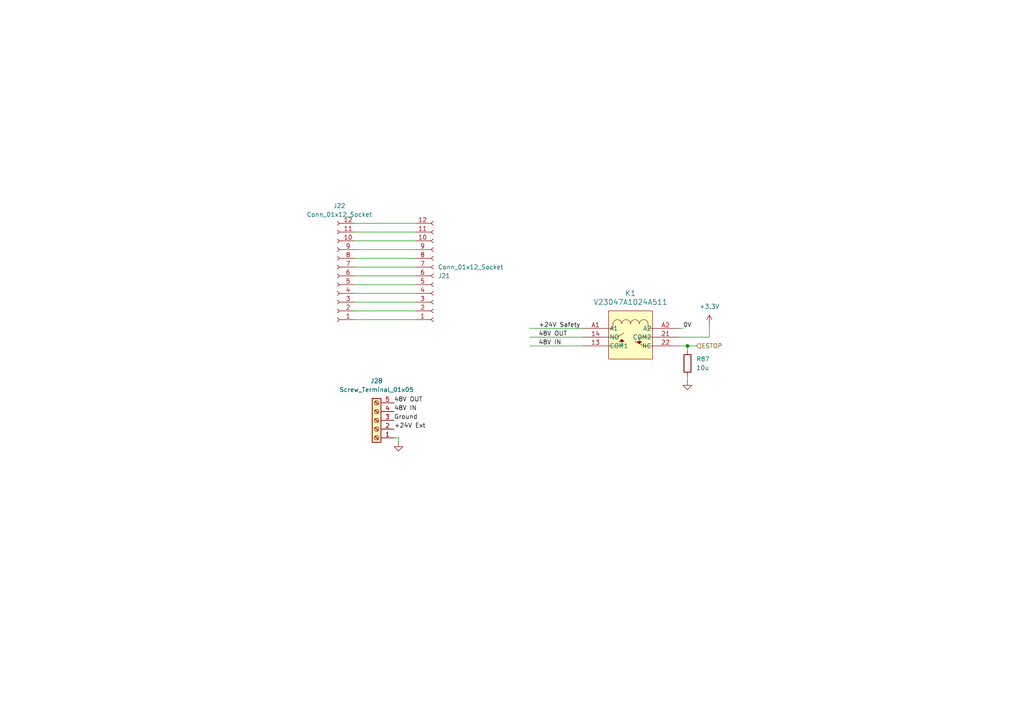
<source format=kicad_sch>
(kicad_sch
	(version 20250114)
	(generator "eeschema")
	(generator_version "9.0")
	(uuid "e1f4722b-a074-4e9f-851b-c0544bc78302")
	(paper "A4")
	(lib_symbols
		(symbol "Connector:Conn_01x12_Socket"
			(pin_names
				(offset 1.016)
				(hide yes)
			)
			(exclude_from_sim no)
			(in_bom yes)
			(on_board yes)
			(property "Reference" "J"
				(at 0 15.24 0)
				(effects
					(font
						(size 1.27 1.27)
					)
				)
			)
			(property "Value" "Conn_01x12_Socket"
				(at 0 -17.78 0)
				(effects
					(font
						(size 1.27 1.27)
					)
				)
			)
			(property "Footprint" ""
				(at 0 0 0)
				(effects
					(font
						(size 1.27 1.27)
					)
					(hide yes)
				)
			)
			(property "Datasheet" "~"
				(at 0 0 0)
				(effects
					(font
						(size 1.27 1.27)
					)
					(hide yes)
				)
			)
			(property "Description" "Generic connector, single row, 01x12, script generated"
				(at 0 0 0)
				(effects
					(font
						(size 1.27 1.27)
					)
					(hide yes)
				)
			)
			(property "ki_locked" ""
				(at 0 0 0)
				(effects
					(font
						(size 1.27 1.27)
					)
				)
			)
			(property "ki_keywords" "connector"
				(at 0 0 0)
				(effects
					(font
						(size 1.27 1.27)
					)
					(hide yes)
				)
			)
			(property "ki_fp_filters" "Connector*:*_1x??_*"
				(at 0 0 0)
				(effects
					(font
						(size 1.27 1.27)
					)
					(hide yes)
				)
			)
			(symbol "Conn_01x12_Socket_1_1"
				(polyline
					(pts
						(xy -1.27 12.7) (xy -0.508 12.7)
					)
					(stroke
						(width 0.1524)
						(type default)
					)
					(fill
						(type none)
					)
				)
				(polyline
					(pts
						(xy -1.27 10.16) (xy -0.508 10.16)
					)
					(stroke
						(width 0.1524)
						(type default)
					)
					(fill
						(type none)
					)
				)
				(polyline
					(pts
						(xy -1.27 7.62) (xy -0.508 7.62)
					)
					(stroke
						(width 0.1524)
						(type default)
					)
					(fill
						(type none)
					)
				)
				(polyline
					(pts
						(xy -1.27 5.08) (xy -0.508 5.08)
					)
					(stroke
						(width 0.1524)
						(type default)
					)
					(fill
						(type none)
					)
				)
				(polyline
					(pts
						(xy -1.27 2.54) (xy -0.508 2.54)
					)
					(stroke
						(width 0.1524)
						(type default)
					)
					(fill
						(type none)
					)
				)
				(polyline
					(pts
						(xy -1.27 0) (xy -0.508 0)
					)
					(stroke
						(width 0.1524)
						(type default)
					)
					(fill
						(type none)
					)
				)
				(polyline
					(pts
						(xy -1.27 -2.54) (xy -0.508 -2.54)
					)
					(stroke
						(width 0.1524)
						(type default)
					)
					(fill
						(type none)
					)
				)
				(polyline
					(pts
						(xy -1.27 -5.08) (xy -0.508 -5.08)
					)
					(stroke
						(width 0.1524)
						(type default)
					)
					(fill
						(type none)
					)
				)
				(polyline
					(pts
						(xy -1.27 -7.62) (xy -0.508 -7.62)
					)
					(stroke
						(width 0.1524)
						(type default)
					)
					(fill
						(type none)
					)
				)
				(polyline
					(pts
						(xy -1.27 -10.16) (xy -0.508 -10.16)
					)
					(stroke
						(width 0.1524)
						(type default)
					)
					(fill
						(type none)
					)
				)
				(polyline
					(pts
						(xy -1.27 -12.7) (xy -0.508 -12.7)
					)
					(stroke
						(width 0.1524)
						(type default)
					)
					(fill
						(type none)
					)
				)
				(polyline
					(pts
						(xy -1.27 -15.24) (xy -0.508 -15.24)
					)
					(stroke
						(width 0.1524)
						(type default)
					)
					(fill
						(type none)
					)
				)
				(arc
					(start 0 12.192)
					(mid -0.5058 12.7)
					(end 0 13.208)
					(stroke
						(width 0.1524)
						(type default)
					)
					(fill
						(type none)
					)
				)
				(arc
					(start 0 9.652)
					(mid -0.5058 10.16)
					(end 0 10.668)
					(stroke
						(width 0.1524)
						(type default)
					)
					(fill
						(type none)
					)
				)
				(arc
					(start 0 7.112)
					(mid -0.5058 7.62)
					(end 0 8.128)
					(stroke
						(width 0.1524)
						(type default)
					)
					(fill
						(type none)
					)
				)
				(arc
					(start 0 4.572)
					(mid -0.5058 5.08)
					(end 0 5.588)
					(stroke
						(width 0.1524)
						(type default)
					)
					(fill
						(type none)
					)
				)
				(arc
					(start 0 2.032)
					(mid -0.5058 2.54)
					(end 0 3.048)
					(stroke
						(width 0.1524)
						(type default)
					)
					(fill
						(type none)
					)
				)
				(arc
					(start 0 -0.508)
					(mid -0.5058 0)
					(end 0 0.508)
					(stroke
						(width 0.1524)
						(type default)
					)
					(fill
						(type none)
					)
				)
				(arc
					(start 0 -3.048)
					(mid -0.5058 -2.54)
					(end 0 -2.032)
					(stroke
						(width 0.1524)
						(type default)
					)
					(fill
						(type none)
					)
				)
				(arc
					(start 0 -5.588)
					(mid -0.5058 -5.08)
					(end 0 -4.572)
					(stroke
						(width 0.1524)
						(type default)
					)
					(fill
						(type none)
					)
				)
				(arc
					(start 0 -8.128)
					(mid -0.5058 -7.62)
					(end 0 -7.112)
					(stroke
						(width 0.1524)
						(type default)
					)
					(fill
						(type none)
					)
				)
				(arc
					(start 0 -10.668)
					(mid -0.5058 -10.16)
					(end 0 -9.652)
					(stroke
						(width 0.1524)
						(type default)
					)
					(fill
						(type none)
					)
				)
				(arc
					(start 0 -13.208)
					(mid -0.5058 -12.7)
					(end 0 -12.192)
					(stroke
						(width 0.1524)
						(type default)
					)
					(fill
						(type none)
					)
				)
				(arc
					(start 0 -15.748)
					(mid -0.5058 -15.24)
					(end 0 -14.732)
					(stroke
						(width 0.1524)
						(type default)
					)
					(fill
						(type none)
					)
				)
				(pin passive line
					(at -5.08 12.7 0)
					(length 3.81)
					(name "Pin_1"
						(effects
							(font
								(size 1.27 1.27)
							)
						)
					)
					(number "1"
						(effects
							(font
								(size 1.27 1.27)
							)
						)
					)
				)
				(pin passive line
					(at -5.08 10.16 0)
					(length 3.81)
					(name "Pin_2"
						(effects
							(font
								(size 1.27 1.27)
							)
						)
					)
					(number "2"
						(effects
							(font
								(size 1.27 1.27)
							)
						)
					)
				)
				(pin passive line
					(at -5.08 7.62 0)
					(length 3.81)
					(name "Pin_3"
						(effects
							(font
								(size 1.27 1.27)
							)
						)
					)
					(number "3"
						(effects
							(font
								(size 1.27 1.27)
							)
						)
					)
				)
				(pin passive line
					(at -5.08 5.08 0)
					(length 3.81)
					(name "Pin_4"
						(effects
							(font
								(size 1.27 1.27)
							)
						)
					)
					(number "4"
						(effects
							(font
								(size 1.27 1.27)
							)
						)
					)
				)
				(pin passive line
					(at -5.08 2.54 0)
					(length 3.81)
					(name "Pin_5"
						(effects
							(font
								(size 1.27 1.27)
							)
						)
					)
					(number "5"
						(effects
							(font
								(size 1.27 1.27)
							)
						)
					)
				)
				(pin passive line
					(at -5.08 0 0)
					(length 3.81)
					(name "Pin_6"
						(effects
							(font
								(size 1.27 1.27)
							)
						)
					)
					(number "6"
						(effects
							(font
								(size 1.27 1.27)
							)
						)
					)
				)
				(pin passive line
					(at -5.08 -2.54 0)
					(length 3.81)
					(name "Pin_7"
						(effects
							(font
								(size 1.27 1.27)
							)
						)
					)
					(number "7"
						(effects
							(font
								(size 1.27 1.27)
							)
						)
					)
				)
				(pin passive line
					(at -5.08 -5.08 0)
					(length 3.81)
					(name "Pin_8"
						(effects
							(font
								(size 1.27 1.27)
							)
						)
					)
					(number "8"
						(effects
							(font
								(size 1.27 1.27)
							)
						)
					)
				)
				(pin passive line
					(at -5.08 -7.62 0)
					(length 3.81)
					(name "Pin_9"
						(effects
							(font
								(size 1.27 1.27)
							)
						)
					)
					(number "9"
						(effects
							(font
								(size 1.27 1.27)
							)
						)
					)
				)
				(pin passive line
					(at -5.08 -10.16 0)
					(length 3.81)
					(name "Pin_10"
						(effects
							(font
								(size 1.27 1.27)
							)
						)
					)
					(number "10"
						(effects
							(font
								(size 1.27 1.27)
							)
						)
					)
				)
				(pin passive line
					(at -5.08 -12.7 0)
					(length 3.81)
					(name "Pin_11"
						(effects
							(font
								(size 1.27 1.27)
							)
						)
					)
					(number "11"
						(effects
							(font
								(size 1.27 1.27)
							)
						)
					)
				)
				(pin passive line
					(at -5.08 -15.24 0)
					(length 3.81)
					(name "Pin_12"
						(effects
							(font
								(size 1.27 1.27)
							)
						)
					)
					(number "12"
						(effects
							(font
								(size 1.27 1.27)
							)
						)
					)
				)
			)
			(embedded_fonts no)
		)
		(symbol "Connector:Screw_Terminal_01x05"
			(pin_names
				(offset 1.016)
				(hide yes)
			)
			(exclude_from_sim no)
			(in_bom yes)
			(on_board yes)
			(property "Reference" "J"
				(at 0 7.62 0)
				(effects
					(font
						(size 1.27 1.27)
					)
				)
			)
			(property "Value" "Screw_Terminal_01x05"
				(at 0 -7.62 0)
				(effects
					(font
						(size 1.27 1.27)
					)
				)
			)
			(property "Footprint" ""
				(at 0 0 0)
				(effects
					(font
						(size 1.27 1.27)
					)
					(hide yes)
				)
			)
			(property "Datasheet" "~"
				(at 0 0 0)
				(effects
					(font
						(size 1.27 1.27)
					)
					(hide yes)
				)
			)
			(property "Description" "Generic screw terminal, single row, 01x05, script generated (kicad-library-utils/schlib/autogen/connector/)"
				(at 0 0 0)
				(effects
					(font
						(size 1.27 1.27)
					)
					(hide yes)
				)
			)
			(property "ki_keywords" "screw terminal"
				(at 0 0 0)
				(effects
					(font
						(size 1.27 1.27)
					)
					(hide yes)
				)
			)
			(property "ki_fp_filters" "TerminalBlock*:*"
				(at 0 0 0)
				(effects
					(font
						(size 1.27 1.27)
					)
					(hide yes)
				)
			)
			(symbol "Screw_Terminal_01x05_1_1"
				(rectangle
					(start -1.27 6.35)
					(end 1.27 -6.35)
					(stroke
						(width 0.254)
						(type default)
					)
					(fill
						(type background)
					)
				)
				(polyline
					(pts
						(xy -0.5334 5.4102) (xy 0.3302 4.572)
					)
					(stroke
						(width 0.1524)
						(type default)
					)
					(fill
						(type none)
					)
				)
				(polyline
					(pts
						(xy -0.5334 2.8702) (xy 0.3302 2.032)
					)
					(stroke
						(width 0.1524)
						(type default)
					)
					(fill
						(type none)
					)
				)
				(polyline
					(pts
						(xy -0.5334 0.3302) (xy 0.3302 -0.508)
					)
					(stroke
						(width 0.1524)
						(type default)
					)
					(fill
						(type none)
					)
				)
				(polyline
					(pts
						(xy -0.5334 -2.2098) (xy 0.3302 -3.048)
					)
					(stroke
						(width 0.1524)
						(type default)
					)
					(fill
						(type none)
					)
				)
				(polyline
					(pts
						(xy -0.5334 -4.7498) (xy 0.3302 -5.588)
					)
					(stroke
						(width 0.1524)
						(type default)
					)
					(fill
						(type none)
					)
				)
				(polyline
					(pts
						(xy -0.3556 5.588) (xy 0.508 4.7498)
					)
					(stroke
						(width 0.1524)
						(type default)
					)
					(fill
						(type none)
					)
				)
				(polyline
					(pts
						(xy -0.3556 3.048) (xy 0.508 2.2098)
					)
					(stroke
						(width 0.1524)
						(type default)
					)
					(fill
						(type none)
					)
				)
				(polyline
					(pts
						(xy -0.3556 0.508) (xy 0.508 -0.3302)
					)
					(stroke
						(width 0.1524)
						(type default)
					)
					(fill
						(type none)
					)
				)
				(polyline
					(pts
						(xy -0.3556 -2.032) (xy 0.508 -2.8702)
					)
					(stroke
						(width 0.1524)
						(type default)
					)
					(fill
						(type none)
					)
				)
				(polyline
					(pts
						(xy -0.3556 -4.572) (xy 0.508 -5.4102)
					)
					(stroke
						(width 0.1524)
						(type default)
					)
					(fill
						(type none)
					)
				)
				(circle
					(center 0 5.08)
					(radius 0.635)
					(stroke
						(width 0.1524)
						(type default)
					)
					(fill
						(type none)
					)
				)
				(circle
					(center 0 2.54)
					(radius 0.635)
					(stroke
						(width 0.1524)
						(type default)
					)
					(fill
						(type none)
					)
				)
				(circle
					(center 0 0)
					(radius 0.635)
					(stroke
						(width 0.1524)
						(type default)
					)
					(fill
						(type none)
					)
				)
				(circle
					(center 0 -2.54)
					(radius 0.635)
					(stroke
						(width 0.1524)
						(type default)
					)
					(fill
						(type none)
					)
				)
				(circle
					(center 0 -5.08)
					(radius 0.635)
					(stroke
						(width 0.1524)
						(type default)
					)
					(fill
						(type none)
					)
				)
				(pin passive line
					(at -5.08 5.08 0)
					(length 3.81)
					(name "Pin_1"
						(effects
							(font
								(size 1.27 1.27)
							)
						)
					)
					(number "1"
						(effects
							(font
								(size 1.27 1.27)
							)
						)
					)
				)
				(pin passive line
					(at -5.08 2.54 0)
					(length 3.81)
					(name "Pin_2"
						(effects
							(font
								(size 1.27 1.27)
							)
						)
					)
					(number "2"
						(effects
							(font
								(size 1.27 1.27)
							)
						)
					)
				)
				(pin passive line
					(at -5.08 0 0)
					(length 3.81)
					(name "Pin_3"
						(effects
							(font
								(size 1.27 1.27)
							)
						)
					)
					(number "3"
						(effects
							(font
								(size 1.27 1.27)
							)
						)
					)
				)
				(pin passive line
					(at -5.08 -2.54 0)
					(length 3.81)
					(name "Pin_4"
						(effects
							(font
								(size 1.27 1.27)
							)
						)
					)
					(number "4"
						(effects
							(font
								(size 1.27 1.27)
							)
						)
					)
				)
				(pin passive line
					(at -5.08 -5.08 0)
					(length 3.81)
					(name "Pin_5"
						(effects
							(font
								(size 1.27 1.27)
							)
						)
					)
					(number "5"
						(effects
							(font
								(size 1.27 1.27)
							)
						)
					)
				)
			)
			(embedded_fonts no)
		)
		(symbol "Device:R"
			(pin_numbers
				(hide yes)
			)
			(pin_names
				(offset 0)
			)
			(exclude_from_sim no)
			(in_bom yes)
			(on_board yes)
			(property "Reference" "R"
				(at 2.032 0 90)
				(effects
					(font
						(size 1.27 1.27)
					)
				)
			)
			(property "Value" "R"
				(at 0 0 90)
				(effects
					(font
						(size 1.27 1.27)
					)
				)
			)
			(property "Footprint" ""
				(at -1.778 0 90)
				(effects
					(font
						(size 1.27 1.27)
					)
					(hide yes)
				)
			)
			(property "Datasheet" "~"
				(at 0 0 0)
				(effects
					(font
						(size 1.27 1.27)
					)
					(hide yes)
				)
			)
			(property "Description" "Resistor"
				(at 0 0 0)
				(effects
					(font
						(size 1.27 1.27)
					)
					(hide yes)
				)
			)
			(property "ki_keywords" "R res resistor"
				(at 0 0 0)
				(effects
					(font
						(size 1.27 1.27)
					)
					(hide yes)
				)
			)
			(property "ki_fp_filters" "R_*"
				(at 0 0 0)
				(effects
					(font
						(size 1.27 1.27)
					)
					(hide yes)
				)
			)
			(symbol "R_0_1"
				(rectangle
					(start -1.016 -2.54)
					(end 1.016 2.54)
					(stroke
						(width 0.254)
						(type default)
					)
					(fill
						(type none)
					)
				)
			)
			(symbol "R_1_1"
				(pin passive line
					(at 0 3.81 270)
					(length 1.27)
					(name "~"
						(effects
							(font
								(size 1.27 1.27)
							)
						)
					)
					(number "1"
						(effects
							(font
								(size 1.27 1.27)
							)
						)
					)
				)
				(pin passive line
					(at 0 -3.81 90)
					(length 1.27)
					(name "~"
						(effects
							(font
								(size 1.27 1.27)
							)
						)
					)
					(number "2"
						(effects
							(font
								(size 1.27 1.27)
							)
						)
					)
				)
			)
			(embedded_fonts no)
		)
		(symbol "Tutor_Common_Parts:V23047A1024A511"
			(pin_names
				(offset 0.254)
			)
			(exclude_from_sim no)
			(in_bom yes)
			(on_board yes)
			(property "Reference" "K"
				(at 13.716 9.906 0)
				(effects
					(font
						(size 1.524 1.524)
					)
				)
			)
			(property "Value" "V23047A1024A511"
				(at 13.716 7.366 0)
				(effects
					(font
						(size 1.524 1.524)
					)
				)
			)
			(property "Footprint" "Tutor_Common_Parts:RELAY6_1-1393258-2_TEC"
				(at 0 0 0)
				(effects
					(font
						(size 1.27 1.27)
						(italic yes)
					)
					(hide yes)
				)
			)
			(property "Datasheet" "https://www.te.com/commerce/DocumentDelivery/DDEController?Action=srchrtrv&DocNm=SR2M&DocType=DS&DocLang=English"
				(at 0 0 0)
				(effects
					(font
						(size 1.27 1.27)
						(italic yes)
					)
					(hide yes)
				)
			)
			(property "Description" ""
				(at 0 0 0)
				(effects
					(font
						(size 1.27 1.27)
					)
					(hide yes)
				)
			)
			(property "ki_keywords" "V23047A1024A511"
				(at 0 0 0)
				(effects
					(font
						(size 1.27 1.27)
					)
					(hide yes)
				)
			)
			(property "ki_fp_filters" "RELAY6_1-1393258-2_TEC"
				(at 0 0 0)
				(effects
					(font
						(size 1.27 1.27)
					)
					(hide yes)
				)
			)
			(symbol "V23047A1024A511_0_1"
				(polyline
					(pts
						(xy 7.62 0) (xy 8.89 0)
					)
					(stroke
						(width 0.127)
						(type default)
					)
					(fill
						(type none)
					)
				)
				(polyline
					(pts
						(xy 7.62 -2.54) (xy 10.16 -2.54)
					)
					(stroke
						(width 0.127)
						(type default)
					)
					(fill
						(type none)
					)
				)
				(polyline
					(pts
						(xy 7.62 -5.08) (xy 11.43 -5.08)
					)
					(stroke
						(width 0.127)
						(type default)
					)
					(fill
						(type none)
					)
				)
				(polyline
					(pts
						(xy 8.89 0) (xy 8.89 1.27)
					)
					(stroke
						(width 0.127)
						(type default)
					)
					(fill
						(type none)
					)
				)
				(arc
					(start 8.89 1.27)
					(mid 10.16 2.5344)
					(end 11.43 1.27)
					(stroke
						(width 0.127)
						(type default)
					)
					(fill
						(type none)
					)
				)
				(polyline
					(pts
						(xy 10.16 -2.54) (xy 12.065 -1.27)
					)
					(stroke
						(width 0.127)
						(type default)
					)
					(fill
						(type none)
					)
				)
				(polyline
					(pts
						(xy 10.795 -3.81) (xy 11.43 -3.175)
					)
					(stroke
						(width 0.127)
						(type default)
					)
					(fill
						(type none)
					)
				)
				(polyline
					(pts
						(xy 10.795 -3.81) (xy 11.43 -3.175) (xy 12.065 -3.81)
					)
					(stroke
						(width 0)
						(type default)
					)
					(fill
						(type outline)
					)
				)
				(polyline
					(pts
						(xy 11.43 -3.175) (xy 12.065 -3.81)
					)
					(stroke
						(width 0.127)
						(type default)
					)
					(fill
						(type none)
					)
				)
				(polyline
					(pts
						(xy 11.43 -3.81) (xy 10.795 -3.81)
					)
					(stroke
						(width 0.127)
						(type default)
					)
					(fill
						(type none)
					)
				)
				(polyline
					(pts
						(xy 11.43 -5.08) (xy 11.43 -3.81)
					)
					(stroke
						(width 0.127)
						(type default)
					)
					(fill
						(type none)
					)
				)
				(polyline
					(pts
						(xy 12.065 -3.81) (xy 11.43 -3.81)
					)
					(stroke
						(width 0.127)
						(type default)
					)
					(fill
						(type none)
					)
				)
				(arc
					(start 11.43 1.27)
					(mid 12.7 2.5344)
					(end 13.97 1.27)
					(stroke
						(width 0.127)
						(type default)
					)
					(fill
						(type none)
					)
				)
				(arc
					(start 13.97 1.27)
					(mid 15.24 2.5344)
					(end 16.51 1.27)
					(stroke
						(width 0.127)
						(type default)
					)
					(fill
						(type none)
					)
				)
				(polyline
					(pts
						(xy 15.875 -3.81) (xy 16.51 -4.445)
					)
					(stroke
						(width 0.127)
						(type default)
					)
					(fill
						(type none)
					)
				)
				(polyline
					(pts
						(xy 15.875 -3.81) (xy 17.145 -3.81) (xy 16.51 -4.445)
					)
					(stroke
						(width 0)
						(type default)
					)
					(fill
						(type outline)
					)
				)
				(polyline
					(pts
						(xy 16.51 -2.54) (xy 16.51 -3.81)
					)
					(stroke
						(width 0.127)
						(type default)
					)
					(fill
						(type none)
					)
				)
				(polyline
					(pts
						(xy 16.51 -3.81) (xy 15.875 -3.81)
					)
					(stroke
						(width 0.127)
						(type default)
					)
					(fill
						(type none)
					)
				)
				(polyline
					(pts
						(xy 16.51 -4.445) (xy 17.145 -3.81)
					)
					(stroke
						(width 0.127)
						(type default)
					)
					(fill
						(type none)
					)
				)
				(polyline
					(pts
						(xy 17.145 -3.81) (xy 16.51 -3.81)
					)
					(stroke
						(width 0.127)
						(type default)
					)
					(fill
						(type none)
					)
				)
				(arc
					(start 16.51 1.27)
					(mid 17.78 2.5344)
					(end 19.05 1.27)
					(stroke
						(width 0.127)
						(type default)
					)
					(fill
						(type none)
					)
				)
				(polyline
					(pts
						(xy 17.78 -5.08) (xy 15.24 -3.81)
					)
					(stroke
						(width 0.127)
						(type default)
					)
					(fill
						(type none)
					)
				)
				(polyline
					(pts
						(xy 19.05 1.27) (xy 19.05 0)
					)
					(stroke
						(width 0.127)
						(type default)
					)
					(fill
						(type none)
					)
				)
				(polyline
					(pts
						(xy 19.05 0) (xy 20.32 0)
					)
					(stroke
						(width 0.127)
						(type default)
					)
					(fill
						(type none)
					)
				)
				(polyline
					(pts
						(xy 20.32 -2.54) (xy 16.51 -2.54)
					)
					(stroke
						(width 0.127)
						(type default)
					)
					(fill
						(type none)
					)
				)
				(polyline
					(pts
						(xy 20.32 -5.08) (xy 17.78 -5.08)
					)
					(stroke
						(width 0.127)
						(type default)
					)
					(fill
						(type none)
					)
				)
				(pin unspecified line
					(at 0 0 0)
					(length 7.62)
					(name "A1"
						(effects
							(font
								(size 1.27 1.27)
							)
						)
					)
					(number "A1"
						(effects
							(font
								(size 1.27 1.27)
							)
						)
					)
				)
				(pin unspecified line
					(at 27.94 0 180)
					(length 7.62)
					(name "A2"
						(effects
							(font
								(size 1.27 1.27)
							)
						)
					)
					(number "A2"
						(effects
							(font
								(size 1.27 1.27)
							)
						)
					)
				)
			)
			(symbol "V23047A1024A511_1_1"
				(rectangle
					(start 7.62 5.08)
					(end 20.32 -8.89)
					(stroke
						(width 0)
						(type solid)
					)
					(fill
						(type background)
					)
				)
				(pin unspecified line
					(at 0 -2.54 0)
					(length 7.62)
					(name "NO"
						(effects
							(font
								(size 1.27 1.27)
							)
						)
					)
					(number "14"
						(effects
							(font
								(size 1.27 1.27)
							)
						)
					)
				)
				(pin unspecified line
					(at 0 -5.08 0)
					(length 7.62)
					(name "COM1"
						(effects
							(font
								(size 1.27 1.27)
							)
						)
					)
					(number "13"
						(effects
							(font
								(size 1.27 1.27)
							)
						)
					)
				)
				(pin unspecified line
					(at 27.94 -2.54 180)
					(length 7.62)
					(name "COM2"
						(effects
							(font
								(size 1.27 1.27)
							)
						)
					)
					(number "21"
						(effects
							(font
								(size 1.27 1.27)
							)
						)
					)
				)
				(pin unspecified line
					(at 27.94 -5.08 180)
					(length 7.62)
					(name "NC"
						(effects
							(font
								(size 1.27 1.27)
							)
						)
					)
					(number "22"
						(effects
							(font
								(size 1.27 1.27)
							)
						)
					)
				)
			)
			(embedded_fonts no)
		)
		(symbol "power:+3.3V"
			(power)
			(pin_numbers
				(hide yes)
			)
			(pin_names
				(offset 0)
				(hide yes)
			)
			(exclude_from_sim no)
			(in_bom yes)
			(on_board yes)
			(property "Reference" "#PWR"
				(at 0 -3.81 0)
				(effects
					(font
						(size 1.27 1.27)
					)
					(hide yes)
				)
			)
			(property "Value" "+3.3V"
				(at 0 3.556 0)
				(effects
					(font
						(size 1.27 1.27)
					)
				)
			)
			(property "Footprint" ""
				(at 0 0 0)
				(effects
					(font
						(size 1.27 1.27)
					)
					(hide yes)
				)
			)
			(property "Datasheet" ""
				(at 0 0 0)
				(effects
					(font
						(size 1.27 1.27)
					)
					(hide yes)
				)
			)
			(property "Description" "Power symbol creates a global label with name \"+3.3V\""
				(at 0 0 0)
				(effects
					(font
						(size 1.27 1.27)
					)
					(hide yes)
				)
			)
			(property "ki_keywords" "global power"
				(at 0 0 0)
				(effects
					(font
						(size 1.27 1.27)
					)
					(hide yes)
				)
			)
			(symbol "+3.3V_0_1"
				(polyline
					(pts
						(xy -0.762 1.27) (xy 0 2.54)
					)
					(stroke
						(width 0)
						(type default)
					)
					(fill
						(type none)
					)
				)
				(polyline
					(pts
						(xy 0 2.54) (xy 0.762 1.27)
					)
					(stroke
						(width 0)
						(type default)
					)
					(fill
						(type none)
					)
				)
				(polyline
					(pts
						(xy 0 0) (xy 0 2.54)
					)
					(stroke
						(width 0)
						(type default)
					)
					(fill
						(type none)
					)
				)
			)
			(symbol "+3.3V_1_1"
				(pin power_in line
					(at 0 0 90)
					(length 0)
					(name "~"
						(effects
							(font
								(size 1.27 1.27)
							)
						)
					)
					(number "1"
						(effects
							(font
								(size 1.27 1.27)
							)
						)
					)
				)
			)
			(embedded_fonts no)
		)
		(symbol "power:GND"
			(power)
			(pin_numbers
				(hide yes)
			)
			(pin_names
				(offset 0)
				(hide yes)
			)
			(exclude_from_sim no)
			(in_bom yes)
			(on_board yes)
			(property "Reference" "#PWR"
				(at 0 -6.35 0)
				(effects
					(font
						(size 1.27 1.27)
					)
					(hide yes)
				)
			)
			(property "Value" "GND"
				(at 0 -3.81 0)
				(effects
					(font
						(size 1.27 1.27)
					)
				)
			)
			(property "Footprint" ""
				(at 0 0 0)
				(effects
					(font
						(size 1.27 1.27)
					)
					(hide yes)
				)
			)
			(property "Datasheet" ""
				(at 0 0 0)
				(effects
					(font
						(size 1.27 1.27)
					)
					(hide yes)
				)
			)
			(property "Description" "Power symbol creates a global label with name \"GND\" , ground"
				(at 0 0 0)
				(effects
					(font
						(size 1.27 1.27)
					)
					(hide yes)
				)
			)
			(property "ki_keywords" "global power"
				(at 0 0 0)
				(effects
					(font
						(size 1.27 1.27)
					)
					(hide yes)
				)
			)
			(symbol "GND_0_1"
				(polyline
					(pts
						(xy 0 0) (xy 0 -1.27) (xy 1.27 -1.27) (xy 0 -2.54) (xy -1.27 -1.27) (xy 0 -1.27)
					)
					(stroke
						(width 0)
						(type default)
					)
					(fill
						(type none)
					)
				)
			)
			(symbol "GND_1_1"
				(pin power_in line
					(at 0 0 270)
					(length 0)
					(name "~"
						(effects
							(font
								(size 1.27 1.27)
							)
						)
					)
					(number "1"
						(effects
							(font
								(size 1.27 1.27)
							)
						)
					)
				)
			)
			(embedded_fonts no)
		)
	)
	(junction
		(at 199.39 100.33)
		(diameter 0)
		(color 0 0 0 0)
		(uuid "28a77b17-7c26-404a-ae4a-1e47c35ccd1f")
	)
	(wire
		(pts
			(xy 102.87 64.77) (xy 120.65 64.77)
		)
		(stroke
			(width 0)
			(type default)
		)
		(uuid "107065d9-4209-4f2e-a6e9-e7d15c9f8d1f")
	)
	(wire
		(pts
			(xy 102.87 85.09) (xy 120.65 85.09)
		)
		(stroke
			(width 0)
			(type default)
		)
		(uuid "130ad06b-0c27-4a04-8ab0-e075729107e7")
	)
	(wire
		(pts
			(xy 102.87 77.47) (xy 120.65 77.47)
		)
		(stroke
			(width 0)
			(type default)
		)
		(uuid "169b03de-628d-4f63-a883-913479651c38")
	)
	(wire
		(pts
			(xy 196.85 100.33) (xy 199.39 100.33)
		)
		(stroke
			(width 0)
			(type default)
		)
		(uuid "1ef9a4f1-2cee-4d23-b95c-527b7cd8bb90")
	)
	(wire
		(pts
			(xy 102.87 67.31) (xy 120.65 67.31)
		)
		(stroke
			(width 0)
			(type default)
		)
		(uuid "20beb66a-1d9c-4f2a-8a2c-70f8be8a9f8f")
	)
	(wire
		(pts
			(xy 102.87 72.39) (xy 120.65 72.39)
		)
		(stroke
			(width 0)
			(type default)
		)
		(uuid "3a04e7e4-f74d-4752-a683-79fff6d2db3b")
	)
	(wire
		(pts
			(xy 153.67 97.79) (xy 168.91 97.79)
		)
		(stroke
			(width 0)
			(type default)
		)
		(uuid "3d7c87a8-af78-45b3-91ec-7992cce516bc")
	)
	(wire
		(pts
			(xy 102.87 74.93) (xy 120.65 74.93)
		)
		(stroke
			(width 0)
			(type default)
		)
		(uuid "3ff4a278-9fa5-4b7a-9ca4-e427b9315ada")
	)
	(wire
		(pts
			(xy 196.85 95.25) (xy 198.12 95.25)
		)
		(stroke
			(width 0)
			(type default)
		)
		(uuid "429b87f2-4fbf-4500-bd55-965d5b08c867")
	)
	(wire
		(pts
			(xy 199.39 109.22) (xy 199.39 110.49)
		)
		(stroke
			(width 0)
			(type default)
		)
		(uuid "5635e34c-41ac-4efd-96cb-5e2bbea41eec")
	)
	(wire
		(pts
			(xy 205.74 97.79) (xy 196.85 97.79)
		)
		(stroke
			(width 0)
			(type default)
		)
		(uuid "5b2c228a-73de-4c86-aa33-ce0e3ff4bf8b")
	)
	(wire
		(pts
			(xy 199.39 100.33) (xy 201.93 100.33)
		)
		(stroke
			(width 0)
			(type default)
		)
		(uuid "6908beec-d271-4ebb-bccf-484574de760d")
	)
	(wire
		(pts
			(xy 115.57 127) (xy 114.3 127)
		)
		(stroke
			(width 0)
			(type default)
		)
		(uuid "6bdc23bb-b3c1-42a8-96f1-18897eed2ebe")
	)
	(wire
		(pts
			(xy 153.67 100.33) (xy 168.91 100.33)
		)
		(stroke
			(width 0)
			(type default)
		)
		(uuid "72c04c78-236e-44b3-8cde-4b57caf22d6a")
	)
	(wire
		(pts
			(xy 153.67 95.25) (xy 168.91 95.25)
		)
		(stroke
			(width 0)
			(type default)
		)
		(uuid "75e8713a-0e8a-43fe-9e7d-afaac549e1e8")
	)
	(wire
		(pts
			(xy 102.87 82.55) (xy 120.65 82.55)
		)
		(stroke
			(width 0)
			(type default)
		)
		(uuid "828b7890-3196-473b-ad79-cd7e8f3ba858")
	)
	(wire
		(pts
			(xy 199.39 100.33) (xy 199.39 101.6)
		)
		(stroke
			(width 0)
			(type default)
		)
		(uuid "93bdb864-bac9-49f8-8b5f-a8152beb6cee")
	)
	(wire
		(pts
			(xy 205.74 93.98) (xy 205.74 97.79)
		)
		(stroke
			(width 0)
			(type default)
		)
		(uuid "9c053a09-e417-48d7-8a48-1e4e55c6abee")
	)
	(wire
		(pts
			(xy 102.87 92.71) (xy 120.65 92.71)
		)
		(stroke
			(width 0)
			(type default)
		)
		(uuid "ae817265-d1e1-4182-9728-f7cf87ed196d")
	)
	(wire
		(pts
			(xy 102.87 90.17) (xy 120.65 90.17)
		)
		(stroke
			(width 0)
			(type default)
		)
		(uuid "e0d6b165-88c5-4a74-8d9d-5c595040335e")
	)
	(wire
		(pts
			(xy 102.87 69.85) (xy 120.65 69.85)
		)
		(stroke
			(width 0)
			(type default)
		)
		(uuid "e3b2c2b4-257d-4c73-bd47-ef0eb19d1262")
	)
	(wire
		(pts
			(xy 102.87 80.01) (xy 120.65 80.01)
		)
		(stroke
			(width 0)
			(type default)
		)
		(uuid "eaea2b92-80c0-4344-b110-0cdc6f25a3ae")
	)
	(wire
		(pts
			(xy 102.87 87.63) (xy 120.65 87.63)
		)
		(stroke
			(width 0)
			(type default)
		)
		(uuid "fd3cbfb1-f238-4122-943c-6432059b25c7")
	)
	(wire
		(pts
			(xy 115.57 128.27) (xy 115.57 127)
		)
		(stroke
			(width 0)
			(type default)
		)
		(uuid "ff3d063d-557b-40ff-913b-02d58b6d0841")
	)
	(label "+24V Safety"
		(at 156.21 95.25 0)
		(effects
			(font
				(size 1.27 1.27)
			)
			(justify left bottom)
		)
		(uuid "0e82ad30-96b5-4d02-82ec-bfae400e497c")
	)
	(label "48V IN"
		(at 156.21 100.33 0)
		(effects
			(font
				(size 1.27 1.27)
			)
			(justify left bottom)
		)
		(uuid "0f53c3e1-1f30-4e5a-9424-d5739d51c7de")
	)
	(label "+24V Ext"
		(at 114.3 124.46 0)
		(effects
			(font
				(size 1.27 1.27)
			)
			(justify left bottom)
		)
		(uuid "275fba7e-4917-4b99-9b71-e31fe20ec656")
	)
	(label "0V"
		(at 198.12 95.25 0)
		(effects
			(font
				(size 1.27 1.27)
			)
			(justify left bottom)
		)
		(uuid "5a16f75e-4855-47a1-9b28-fda97cd6af2b")
	)
	(label "Ground"
		(at 114.3 121.92 0)
		(effects
			(font
				(size 1.27 1.27)
			)
			(justify left bottom)
		)
		(uuid "5e7ea183-f9df-4a7a-b670-7268dbbf2b6a")
	)
	(label "48V IN"
		(at 114.3 119.38 0)
		(effects
			(font
				(size 1.27 1.27)
			)
			(justify left bottom)
		)
		(uuid "848328a2-7151-4c39-adae-4e3c5694f206")
	)
	(label "48V OUT"
		(at 114.3 116.84 0)
		(effects
			(font
				(size 1.27 1.27)
			)
			(justify left bottom)
		)
		(uuid "9be5c0c7-45df-400a-96d2-42b8c435d7ae")
	)
	(label "48V OUT"
		(at 156.21 97.79 0)
		(effects
			(font
				(size 1.27 1.27)
			)
			(justify left bottom)
		)
		(uuid "aa5ff40e-ce18-4cd3-aa63-86f101772167")
	)
	(hierarchical_label "ESTOP"
		(shape input)
		(at 201.93 100.33 0)
		(effects
			(font
				(size 1.27 1.27)
			)
			(justify left)
		)
		(uuid "f18726fc-8e98-4fa7-bbf3-b397095db452")
	)
	(symbol
		(lib_id "power:GND")
		(at 115.57 128.27 0)
		(unit 1)
		(exclude_from_sim no)
		(in_bom yes)
		(on_board yes)
		(dnp no)
		(fields_autoplaced yes)
		(uuid "08a523cf-470c-432f-9399-4aaac31b9577")
		(property "Reference" "#PWR0179"
			(at 115.57 134.62 0)
			(effects
				(font
					(size 1.27 1.27)
				)
				(hide yes)
			)
		)
		(property "Value" "GND"
			(at 115.57 133.35 0)
			(effects
				(font
					(size 1.27 1.27)
				)
				(hide yes)
			)
		)
		(property "Footprint" ""
			(at 115.57 128.27 0)
			(effects
				(font
					(size 1.27 1.27)
				)
				(hide yes)
			)
		)
		(property "Datasheet" ""
			(at 115.57 128.27 0)
			(effects
				(font
					(size 1.27 1.27)
				)
				(hide yes)
			)
		)
		(property "Description" "Power symbol creates a global label with name \"GND\" , ground"
			(at 115.57 128.27 0)
			(effects
				(font
					(size 1.27 1.27)
				)
				(hide yes)
			)
		)
		(pin "1"
			(uuid "473f70c6-aa02-492e-99a2-cb69feaed1c6")
		)
		(instances
			(project "Input_Eve_V1.0"
				(path "/519cd8d4-bb93-4bd2-8d6d-fc5bc7100516/e8d8d045-3bfc-4ff5-8e80-57892d5cb6ed"
					(reference "#PWR0179")
					(unit 1)
				)
			)
		)
	)
	(symbol
		(lib_id "power:+3.3V")
		(at 205.74 93.98 0)
		(unit 1)
		(exclude_from_sim no)
		(in_bom yes)
		(on_board yes)
		(dnp no)
		(fields_autoplaced yes)
		(uuid "465d8636-0591-4954-bf57-51c589e09442")
		(property "Reference" "#PWR054"
			(at 205.74 97.79 0)
			(effects
				(font
					(size 1.27 1.27)
				)
				(hide yes)
			)
		)
		(property "Value" "+3.3V"
			(at 205.74 88.9 0)
			(effects
				(font
					(size 1.27 1.27)
				)
			)
		)
		(property "Footprint" ""
			(at 205.74 93.98 0)
			(effects
				(font
					(size 1.27 1.27)
				)
				(hide yes)
			)
		)
		(property "Datasheet" ""
			(at 205.74 93.98 0)
			(effects
				(font
					(size 1.27 1.27)
				)
				(hide yes)
			)
		)
		(property "Description" "Power symbol creates a global label with name \"+3.3V\""
			(at 205.74 93.98 0)
			(effects
				(font
					(size 1.27 1.27)
				)
				(hide yes)
			)
		)
		(pin "1"
			(uuid "0abfe002-b7e8-4be8-a39a-f52ef4ac5548")
		)
		(instances
			(project ""
				(path "/519cd8d4-bb93-4bd2-8d6d-fc5bc7100516/e8d8d045-3bfc-4ff5-8e80-57892d5cb6ed"
					(reference "#PWR054")
					(unit 1)
				)
			)
		)
	)
	(symbol
		(lib_id "Connector:Conn_01x12_Socket")
		(at 125.73 80.01 0)
		(mirror x)
		(unit 1)
		(exclude_from_sim no)
		(in_bom yes)
		(on_board yes)
		(dnp no)
		(uuid "4fa42879-190b-4165-9141-96e5a06b4a4a")
		(property "Reference" "J21"
			(at 127 80.0101 0)
			(effects
				(font
					(size 1.27 1.27)
				)
				(justify left)
			)
		)
		(property "Value" "Conn_01x12_Socket"
			(at 127 77.4701 0)
			(effects
				(font
					(size 1.27 1.27)
				)
				(justify left)
			)
		)
		(property "Footprint" "Tutor_Common_Parts:CONN-TH_M12-S12A-GPFM16"
			(at 125.73 80.01 0)
			(effects
				(font
					(size 1.27 1.27)
				)
				(hide yes)
			)
		)
		(property "Datasheet" "~"
			(at 125.73 80.01 0)
			(effects
				(font
					(size 1.27 1.27)
				)
				(hide yes)
			)
		)
		(property "Description" "Generic connector, single row, 01x12, script generated"
			(at 125.73 80.01 0)
			(effects
				(font
					(size 1.27 1.27)
				)
				(hide yes)
			)
		)
		(pin "8"
			(uuid "71622268-184d-4be2-86ba-120abf12c742")
		)
		(pin "11"
			(uuid "5c9fa240-eec8-4275-a129-5b7022c21a2f")
		)
		(pin "7"
			(uuid "36ce9b5e-f950-4bbf-9c2d-54a97727ff10")
		)
		(pin "12"
			(uuid "598ecf0d-9c5e-48d8-a704-fc8bb71127ee")
		)
		(pin "3"
			(uuid "f49df6b1-3df8-4d57-90db-2b2ab7161169")
		)
		(pin "1"
			(uuid "03881f52-190f-47e6-be4b-1518e0b937ac")
		)
		(pin "2"
			(uuid "ccca1c0c-9c99-4981-92a7-76ea0b7ed5e0")
		)
		(pin "5"
			(uuid "39bafa68-4a45-4579-8706-c4ab799379b3")
		)
		(pin "6"
			(uuid "b84a2f8a-fbf0-4d3d-8e1c-a28118bc1459")
		)
		(pin "4"
			(uuid "bdcbbb2d-70f7-4553-a6a1-39124942938b")
		)
		(pin "9"
			(uuid "7898fc6a-8019-47af-bbeb-5bed8e2bf441")
		)
		(pin "10"
			(uuid "40a420ea-7d3e-42fb-825e-4d4d0bf1c836")
		)
		(instances
			(project ""
				(path "/519cd8d4-bb93-4bd2-8d6d-fc5bc7100516/e8d8d045-3bfc-4ff5-8e80-57892d5cb6ed"
					(reference "J21")
					(unit 1)
				)
			)
		)
	)
	(symbol
		(lib_id "power:GND")
		(at 199.39 110.49 0)
		(unit 1)
		(exclude_from_sim no)
		(in_bom yes)
		(on_board yes)
		(dnp no)
		(fields_autoplaced yes)
		(uuid "a37832b3-d6c3-4aae-80b2-3842fc532765")
		(property "Reference" "#PWR0100"
			(at 199.39 116.84 0)
			(effects
				(font
					(size 1.27 1.27)
				)
				(hide yes)
			)
		)
		(property "Value" "GND"
			(at 199.39 115.57 0)
			(effects
				(font
					(size 1.27 1.27)
				)
				(hide yes)
			)
		)
		(property "Footprint" ""
			(at 199.39 110.49 0)
			(effects
				(font
					(size 1.27 1.27)
				)
				(hide yes)
			)
		)
		(property "Datasheet" ""
			(at 199.39 110.49 0)
			(effects
				(font
					(size 1.27 1.27)
				)
				(hide yes)
			)
		)
		(property "Description" "Power symbol creates a global label with name \"GND\" , ground"
			(at 199.39 110.49 0)
			(effects
				(font
					(size 1.27 1.27)
				)
				(hide yes)
			)
		)
		(pin "1"
			(uuid "0f1ef342-224b-4fe8-9246-2a0a2e65aa5a")
		)
		(instances
			(project "Input_Eve_V1.0"
				(path "/519cd8d4-bb93-4bd2-8d6d-fc5bc7100516/e8d8d045-3bfc-4ff5-8e80-57892d5cb6ed"
					(reference "#PWR0100")
					(unit 1)
				)
			)
		)
	)
	(symbol
		(lib_id "Tutor_Common_Parts:V23047A1024A511")
		(at 168.91 95.25 0)
		(unit 1)
		(exclude_from_sim no)
		(in_bom yes)
		(on_board yes)
		(dnp no)
		(fields_autoplaced yes)
		(uuid "cf13a584-3bed-4eb3-a6e9-654d7091070c")
		(property "Reference" "K1"
			(at 182.88 85.09 0)
			(effects
				(font
					(size 1.524 1.524)
				)
			)
		)
		(property "Value" "V23047A1024A511"
			(at 182.88 87.63 0)
			(effects
				(font
					(size 1.524 1.524)
				)
			)
		)
		(property "Footprint" "Tutor_Common_Parts:RELAY6_1-1393258-2_TEC"
			(at 168.91 95.25 0)
			(effects
				(font
					(size 1.27 1.27)
					(italic yes)
				)
				(hide yes)
			)
		)
		(property "Datasheet" "https://www.te.com/commerce/DocumentDelivery/DDEController?Action=srchrtrv&DocNm=SR2M&DocType=DS&DocLang=English"
			(at 168.91 95.25 0)
			(effects
				(font
					(size 1.27 1.27)
					(italic yes)
				)
				(hide yes)
			)
		)
		(property "Description" ""
			(at 168.91 95.25 0)
			(effects
				(font
					(size 1.27 1.27)
				)
				(hide yes)
			)
		)
		(pin "A1"
			(uuid "e5b5f369-f772-4cab-a707-54f415ed0ecd")
		)
		(pin "14"
			(uuid "1e074a16-63e2-41e5-bb4e-3b7d9b7b6305")
		)
		(pin "A2"
			(uuid "3ab4b7af-fd5e-4d84-9b14-1256a5148a4e")
		)
		(pin "22"
			(uuid "e2d8a8cc-d2dc-4f33-9161-a19b14f58d85")
		)
		(pin "13"
			(uuid "1bc5633e-5bf0-46c3-9b49-4a5652056c52")
		)
		(pin "21"
			(uuid "cd275a5c-0361-4c92-9c30-e2214b590645")
		)
		(instances
			(project ""
				(path "/519cd8d4-bb93-4bd2-8d6d-fc5bc7100516/e8d8d045-3bfc-4ff5-8e80-57892d5cb6ed"
					(reference "K1")
					(unit 1)
				)
			)
		)
	)
	(symbol
		(lib_id "Connector:Screw_Terminal_01x05")
		(at 109.22 121.92 180)
		(unit 1)
		(exclude_from_sim no)
		(in_bom yes)
		(on_board yes)
		(dnp no)
		(fields_autoplaced yes)
		(uuid "cfcca1f4-473e-4e7e-b422-d57c8c7e20bc")
		(property "Reference" "J28"
			(at 109.22 110.49 0)
			(effects
				(font
					(size 1.27 1.27)
				)
			)
		)
		(property "Value" "Screw_Terminal_01x05"
			(at 109.22 113.03 0)
			(effects
				(font
					(size 1.27 1.27)
				)
			)
		)
		(property "Footprint" "Tutor_Common_Parts:CONN-TH_5P-P5.08_DIBO_DB128V-5.08-5P-GN-S"
			(at 109.22 121.92 0)
			(effects
				(font
					(size 1.27 1.27)
				)
				(hide yes)
			)
		)
		(property "Datasheet" "~"
			(at 109.22 121.92 0)
			(effects
				(font
					(size 1.27 1.27)
				)
				(hide yes)
			)
		)
		(property "Description" "Generic screw terminal, single row, 01x05, script generated (kicad-library-utils/schlib/autogen/connector/)"
			(at 109.22 121.92 0)
			(effects
				(font
					(size 1.27 1.27)
				)
				(hide yes)
			)
		)
		(pin "1"
			(uuid "5dc9ea90-172f-44a9-9495-af55cdbe37da")
		)
		(pin "2"
			(uuid "24f86054-1485-432b-8028-db44af82c247")
		)
		(pin "3"
			(uuid "592c6e47-e05b-4b51-94dd-9d9512ff6fd7")
		)
		(pin "5"
			(uuid "e4dcb646-f9d8-42a6-b348-629212695546")
		)
		(pin "4"
			(uuid "aa3140cb-65fa-45a9-80ce-4a36698f95b2")
		)
		(instances
			(project ""
				(path "/519cd8d4-bb93-4bd2-8d6d-fc5bc7100516/e8d8d045-3bfc-4ff5-8e80-57892d5cb6ed"
					(reference "J28")
					(unit 1)
				)
			)
		)
	)
	(symbol
		(lib_id "Device:R")
		(at 199.39 105.41 0)
		(unit 1)
		(exclude_from_sim no)
		(in_bom yes)
		(on_board yes)
		(dnp no)
		(fields_autoplaced yes)
		(uuid "d825525f-6ae7-491f-b99b-72f8d97bbd4a")
		(property "Reference" "R87"
			(at 201.93 104.1399 0)
			(effects
				(font
					(size 1.27 1.27)
				)
				(justify left)
			)
		)
		(property "Value" "10u"
			(at 201.93 106.6799 0)
			(effects
				(font
					(size 1.27 1.27)
				)
				(justify left)
			)
		)
		(property "Footprint" "Resistor_SMD:R_0402_1005Metric"
			(at 197.612 105.41 90)
			(effects
				(font
					(size 1.27 1.27)
				)
				(hide yes)
			)
		)
		(property "Datasheet" "~"
			(at 199.39 105.41 0)
			(effects
				(font
					(size 1.27 1.27)
				)
				(hide yes)
			)
		)
		(property "Description" "Resistor"
			(at 199.39 105.41 0)
			(effects
				(font
					(size 1.27 1.27)
				)
				(hide yes)
			)
		)
		(pin "2"
			(uuid "61f9566e-35d1-4c45-b12d-66b45a37569a")
		)
		(pin "1"
			(uuid "a2d97a23-bd0d-43ca-928f-39b1c8f31f93")
		)
		(instances
			(project ""
				(path "/519cd8d4-bb93-4bd2-8d6d-fc5bc7100516/e8d8d045-3bfc-4ff5-8e80-57892d5cb6ed"
					(reference "R87")
					(unit 1)
				)
			)
		)
	)
	(symbol
		(lib_id "Connector:Conn_01x12_Socket")
		(at 97.79 80.01 180)
		(unit 1)
		(exclude_from_sim no)
		(in_bom yes)
		(on_board yes)
		(dnp no)
		(fields_autoplaced yes)
		(uuid "db0410e7-cc93-4d79-b806-eee85535bb37")
		(property "Reference" "J22"
			(at 98.425 59.69 0)
			(effects
				(font
					(size 1.27 1.27)
				)
			)
		)
		(property "Value" "Conn_01x12_Socket"
			(at 98.425 62.23 0)
			(effects
				(font
					(size 1.27 1.27)
				)
			)
		)
		(property "Footprint" "Tutor_Common_Parts:CAZN M12-P12A-GPF M16-JD"
			(at 97.79 80.01 0)
			(effects
				(font
					(size 1.27 1.27)
				)
				(hide yes)
			)
		)
		(property "Datasheet" "~"
			(at 97.79 80.01 0)
			(effects
				(font
					(size 1.27 1.27)
				)
				(hide yes)
			)
		)
		(property "Description" "Generic connector, single row, 01x12, script generated"
			(at 97.79 80.01 0)
			(effects
				(font
					(size 1.27 1.27)
				)
				(hide yes)
			)
		)
		(pin "8"
			(uuid "7dfc5894-ede9-484c-8e5a-5cf0ccc237c9")
		)
		(pin "11"
			(uuid "4246869a-22b4-493b-baa2-f8ec7a976f7e")
		)
		(pin "7"
			(uuid "1c5c183f-81b6-43fa-84bc-c7be9cf1b055")
		)
		(pin "12"
			(uuid "64ba5b39-af0d-402d-a660-df0bc65f333e")
		)
		(pin "3"
			(uuid "33a872fa-3796-4926-a71b-2a2ba5a94d5f")
		)
		(pin "1"
			(uuid "25e71327-c89c-45da-b08c-308a39455db4")
		)
		(pin "2"
			(uuid "55848f51-1301-4fc9-aa8a-5db071c3235d")
		)
		(pin "5"
			(uuid "02fcecba-1346-455f-8349-15c08db3585e")
		)
		(pin "6"
			(uuid "a8dd0ddc-5e9a-4b6b-bc96-961b6e2731fc")
		)
		(pin "4"
			(uuid "59eff709-d8f7-4ba8-bf84-a1bbc70aca3e")
		)
		(pin "9"
			(uuid "95dd5c52-2885-46b0-a98f-b981b58dd90f")
		)
		(pin "10"
			(uuid "08489feb-33ed-487c-aaf6-16f269fc34e3")
		)
		(instances
			(project "Input_Eve_V1.0"
				(path "/519cd8d4-bb93-4bd2-8d6d-fc5bc7100516/e8d8d045-3bfc-4ff5-8e80-57892d5cb6ed"
					(reference "J22")
					(unit 1)
				)
			)
		)
	)
)

</source>
